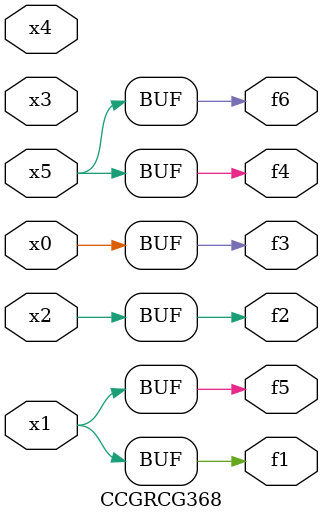
<source format=v>
module CCGRCG368(
	input x0, x1, x2, x3, x4, x5,
	output f1, f2, f3, f4, f5, f6
);
	assign f1 = x1;
	assign f2 = x2;
	assign f3 = x0;
	assign f4 = x5;
	assign f5 = x1;
	assign f6 = x5;
endmodule

</source>
